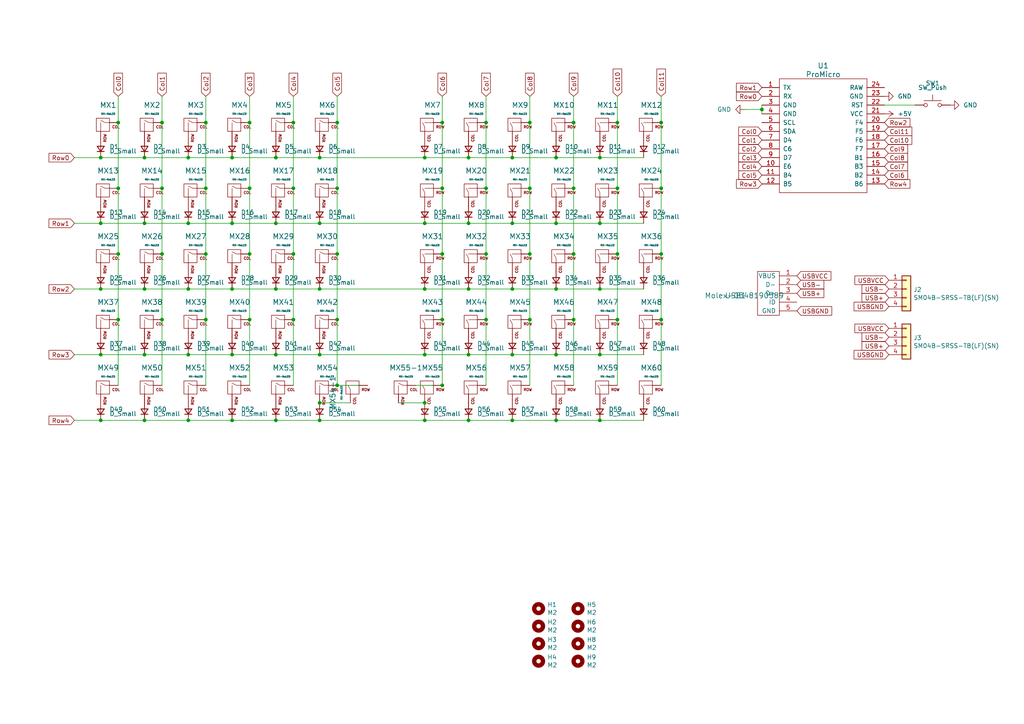
<source format=kicad_sch>
(kicad_sch (version 20220104) (generator eeschema)
  (paper "A4")
  (title_block (title "Lumberjerk"))
  (junction (at 135.89 102.87))
  (junction (at 148.59 45.72))
  (junction (at 191.77 73.66))
  (junction (at 179.07 73.66))
  (junction (at 140.97 92.71))
  (junction (at 72.39 35.56))
  (junction (at 123.19 64.77))
  (junction (at 191.77 92.71))
  (junction (at 166.37 54.61))
  (junction (at 166.37 35.56))
  (junction (at 54.61 45.72))
  (junction (at 148.59 121.92))
  (junction (at 191.77 54.61))
  (junction (at 92.71 64.77))
  (junction (at 72.39 73.66))
  (junction (at 148.59 64.77))
  (junction (at 54.61 102.87))
  (junction (at 135.89 83.82))
  (junction (at 29.21 45.72))
  (junction (at 46.99 73.66))
  (junction (at 135.89 45.72))
  (junction (at 92.71 121.92))
  (junction (at 123.19 121.92))
  (junction (at 97.79 54.61))
  (junction (at 153.67 92.71))
  (junction (at 72.39 92.71))
  (junction (at 46.99 92.71))
  (junction (at 140.97 35.56))
  (junction (at 29.21 64.77))
  (junction (at 46.99 54.61))
  (junction (at 34.29 73.66))
  (junction (at 135.89 121.92))
  (junction (at 173.99 64.77))
  (junction (at 92.71 102.87))
  (junction (at 148.59 83.82))
  (junction (at 41.91 83.82))
  (junction (at 161.29 64.77))
  (junction (at 85.09 73.66))
  (junction (at 59.69 92.71))
  (junction (at 67.31 45.72))
  (junction (at 59.69 73.66))
  (junction (at 153.67 35.56))
  (junction (at 80.01 102.87))
  (junction (at 123.19 45.72))
  (junction (at 29.21 121.92))
  (junction (at 140.97 73.66))
  (junction (at 179.07 54.61))
  (junction (at 72.39 54.61))
  (junction (at 128.27 35.56))
  (junction (at 161.29 102.87))
  (junction (at 97.79 92.71))
  (junction (at 135.89 64.77))
  (junction (at 161.29 83.82))
  (junction (at 128.27 54.61))
  (junction (at 34.29 54.61))
  (junction (at 97.79 73.66))
  (junction (at 29.21 83.82))
  (junction (at 54.61 121.92))
  (junction (at 128.27 92.71))
  (junction (at 123.19 116.84))
  (junction (at 85.09 54.61))
  (junction (at 80.01 121.92))
  (junction (at 67.31 64.77))
  (junction (at 80.01 64.77))
  (junction (at 67.31 121.92))
  (junction (at 54.61 83.82))
  (junction (at 173.99 45.72))
  (junction (at 173.99 102.87))
  (junction (at 54.61 64.77))
  (junction (at 34.29 35.56))
  (junction (at 41.91 121.92))
  (junction (at 92.71 116.84))
  (junction (at 92.71 45.72))
  (junction (at 220.98 31.75))
  (junction (at 161.29 45.72))
  (junction (at 97.79 111.76))
  (junction (at 166.37 92.71))
  (junction (at 59.69 35.56))
  (junction (at 161.29 121.92))
  (junction (at 97.79 35.56))
  (junction (at 123.19 83.82))
  (junction (at 153.67 54.61))
  (junction (at 59.69 54.61))
  (junction (at 148.59 102.87))
  (junction (at 153.67 73.66))
  (junction (at 41.91 45.72))
  (junction (at 67.31 83.82))
  (junction (at 92.71 83.82))
  (junction (at 46.99 35.56))
  (junction (at 85.09 35.56))
  (junction (at 166.37 73.66))
  (junction (at 41.91 64.77))
  (junction (at 80.01 83.82))
  (junction (at 85.09 92.71))
  (junction (at 173.99 121.92))
  (junction (at 123.19 102.87))
  (junction (at 128.27 73.66))
  (junction (at 41.91 102.87))
  (junction (at 140.97 54.61))
  (junction (at 179.07 35.56))
  (junction (at 34.29 92.71))
  (junction (at 191.77 35.56))
  (junction (at 173.99 83.82))
  (junction (at 128.27 111.76))
  (junction (at 179.07 92.71))
  (junction (at 80.01 45.72))
  (junction (at 67.31 102.87))
  (junction (at 29.21 102.87))
  (wire (pts (xy 148.59 121.92) (xy 161.29 121.92)))
  (wire (pts (xy 166.37 54.61) (xy 166.37 73.66)))
  (wire (pts (xy 135.89 121.92) (xy 148.59 121.92)))
  (wire (pts (xy 135.89 64.77) (xy 148.59 64.77)))
  (wire (pts (xy 123.19 121.92) (xy 135.89 121.92)))
  (wire (pts (xy 173.99 102.87) (xy 186.69 102.87)))
  (wire (pts (xy 123.19 64.77) (xy 135.89 64.77)))
  (wire (pts (xy 85.09 54.61) (xy 85.09 73.66)))
  (wire (pts (xy 173.99 121.92) (xy 186.69 121.92)))
  (wire (pts (xy 41.91 83.82) (xy 54.61 83.82)))
  (wire (pts (xy 140.97 92.71) (xy 140.97 111.76)))
  (wire (pts (xy 67.31 45.72) (xy 54.61 45.72)))
  (wire (pts (xy 97.79 35.56) (xy 97.79 54.61)))
  (wire (pts (xy 115.57 116.84) (xy 123.19 116.84)))
  (wire (pts (xy 173.99 83.82) (xy 186.69 83.82)))
  (wire (pts (xy 72.39 92.71) (xy 72.39 111.76)))
  (wire (pts (xy 41.91 121.92) (xy 54.61 121.92)))
  (wire (pts (xy 21.59 121.92) (xy 29.21 121.92)))
  (wire (pts (xy 148.59 102.87) (xy 161.29 102.87)))
  (wire (pts (xy 80.01 102.87) (xy 92.71 102.87)))
  (wire (pts (xy 80.01 45.72) (xy 67.31 45.72)))
  (wire (pts (xy 166.37 92.71) (xy 166.37 111.76)))
  (wire (pts (xy 97.79 111.76) (xy 106.68 111.76)))
  (wire (pts (xy 46.99 92.71) (xy 46.99 111.76)))
  (wire (pts (xy 92.71 116.84) (xy 101.6 116.84)))
  (wire (pts (xy 123.19 83.82) (xy 135.89 83.82)))
  (wire (pts (xy 128.27 35.56) (xy 128.27 54.61)))
  (wire (pts (xy 21.59 102.87) (xy 29.21 102.87)))
  (wire (pts (xy 191.77 27.94) (xy 191.77 35.56)))
  (wire (pts (xy 135.89 45.72) (xy 123.19 45.72)))
  (wire (pts (xy 34.29 73.66) (xy 34.29 92.71)))
  (wire (pts (xy 54.61 45.72) (xy 41.91 45.72)))
  (wire (pts (xy 161.29 83.82) (xy 173.99 83.82)))
  (wire (pts (xy 256.54 30.48) (xy 265.43 30.48)))
  (wire (pts (xy 166.37 73.66) (xy 166.37 92.71)))
  (wire (pts (xy 153.67 27.94) (xy 153.67 35.56)))
  (wire (pts (xy 41.91 45.72) (xy 29.21 45.72)))
  (wire (pts (xy 140.97 54.61) (xy 140.97 73.66)))
  (wire (pts (xy 59.69 92.71) (xy 59.69 111.76)))
  (wire (pts (xy 59.69 35.56) (xy 59.69 54.61)))
  (wire (pts (xy 46.99 54.61) (xy 46.99 73.66)))
  (wire (pts (xy 72.39 27.94) (xy 72.39 35.56)))
  (wire (pts (xy 191.77 92.71) (xy 191.77 111.76)))
  (wire (pts (xy 128.27 92.71) (xy 128.27 111.76)))
  (wire (pts (xy 34.29 92.71) (xy 34.29 111.76)))
  (wire (pts (xy 80.01 121.92) (xy 92.71 121.92)))
  (wire (pts (xy 85.09 73.66) (xy 85.09 92.71)))
  (wire (pts (xy 179.07 92.71) (xy 179.07 111.76)))
  (wire (pts (xy 128.27 54.61) (xy 128.27 73.66)))
  (wire (pts (xy 59.69 54.61) (xy 59.69 73.66)))
  (wire (pts (xy 41.91 102.87) (xy 54.61 102.87)))
  (wire (pts (xy 148.59 45.72) (xy 135.89 45.72)))
  (wire (pts (xy 153.67 54.61) (xy 153.67 73.66)))
  (wire (pts (xy 179.07 35.56) (xy 179.07 54.61)))
  (wire (pts (xy 29.21 102.87) (xy 41.91 102.87)))
  (wire (pts (xy 97.79 92.71) (xy 97.79 111.76)))
  (wire (pts (xy 97.79 27.94) (xy 97.79 35.56)))
  (wire (pts (xy 166.37 35.56) (xy 166.37 54.61)))
  (wire (pts (xy 140.97 73.66) (xy 140.97 92.71)))
  (wire (pts (xy 128.27 73.66) (xy 128.27 92.71)))
  (wire (pts (xy 34.29 54.61) (xy 34.29 73.66)))
  (wire (pts (xy 186.69 45.72) (xy 173.99 45.72)))
  (wire (pts (xy 34.29 27.94) (xy 34.29 35.56)))
  (wire (pts (xy 29.21 64.77) (xy 41.91 64.77)))
  (wire (pts (xy 153.67 92.71) (xy 153.67 111.76)))
  (wire (pts (xy 128.27 27.94) (xy 128.27 35.56)))
  (wire (pts (xy 46.99 27.94) (xy 46.99 35.56)))
  (wire (pts (xy 140.97 27.94) (xy 140.97 35.56)))
  (wire (pts (xy 215.9 31.75) (xy 220.98 31.75)))
  (wire (pts (xy 161.29 102.87) (xy 173.99 102.87)))
  (wire (pts (xy 123.19 45.72) (xy 92.71 45.72)))
  (wire (pts (xy 179.07 27.94) (xy 179.07 35.56)))
  (wire (pts (xy 67.31 121.92) (xy 80.01 121.92)))
  (wire (pts (xy 21.59 64.77) (xy 29.21 64.77)))
  (wire (pts (xy 29.21 121.92) (xy 41.91 121.92)))
  (wire (pts (xy 72.39 35.56) (xy 72.39 54.61)))
  (wire (pts (xy 46.99 73.66) (xy 46.99 92.71)))
  (wire (pts (xy 85.09 35.56) (xy 85.09 54.61)))
  (wire (pts (xy 80.01 64.77) (xy 92.71 64.77)))
  (wire (pts (xy 173.99 64.77) (xy 186.69 64.77)))
  (wire (pts (xy 67.31 102.87) (xy 80.01 102.87)))
  (wire (pts (xy 92.71 121.92) (xy 123.19 121.92)))
  (wire (pts (xy 97.79 54.61) (xy 97.79 73.66)))
  (wire (pts (xy 161.29 64.77) (xy 173.99 64.77)))
  (wire (pts (xy 54.61 121.92) (xy 67.31 121.92)))
  (wire (pts (xy 161.29 121.92) (xy 173.99 121.92)))
  (wire (pts (xy 220.98 31.75) (xy 220.98 33.02)))
  (wire (pts (xy 34.29 35.56) (xy 34.29 54.61)))
  (wire (pts (xy 179.07 73.66) (xy 179.07 92.71)))
  (wire (pts (xy 179.07 54.61) (xy 179.07 73.66)))
  (wire (pts (xy 72.39 54.61) (xy 72.39 73.66)))
  (wire (pts (xy 59.69 27.94) (xy 59.69 35.56)))
  (wire (pts (xy 140.97 35.56) (xy 140.97 54.61)))
  (wire (pts (xy 191.77 35.56) (xy 191.77 54.61)))
  (wire (pts (xy 85.09 27.94) (xy 85.09 35.56)))
  (wire (pts (xy 166.37 27.94) (xy 166.37 35.56)))
  (wire (pts (xy 46.99 35.56) (xy 46.99 54.61)))
  (wire (pts (xy 92.71 83.82) (xy 123.19 83.82)))
  (wire (pts (xy 92.71 45.72) (xy 80.01 45.72)))
  (wire (pts (xy 220.98 30.48) (xy 220.98 31.75)))
  (wire (pts (xy 41.91 64.77) (xy 54.61 64.77)))
  (wire (pts (xy 191.77 54.61) (xy 191.77 73.66)))
  (wire (pts (xy 135.89 83.82) (xy 148.59 83.82)))
  (wire (pts (xy 97.79 73.66) (xy 97.79 92.71)))
  (wire (pts (xy 161.29 45.72) (xy 148.59 45.72)))
  (wire (pts (xy 29.21 83.82) (xy 41.91 83.82)))
  (wire (pts (xy 54.61 102.87) (xy 67.31 102.87)))
  (wire (pts (xy 120.65 111.76) (xy 128.27 111.76)))
  (wire (pts (xy 135.89 102.87) (xy 148.59 102.87)))
  (wire (pts (xy 123.19 102.87) (xy 135.89 102.87)))
  (wire (pts (xy 173.99 45.72) (xy 161.29 45.72)))
  (wire (pts (xy 85.09 92.71) (xy 85.09 111.76)))
  (wire (pts (xy 29.21 45.72) (xy 21.59 45.72)))
  (wire (pts (xy 54.61 83.82) (xy 67.31 83.82)))
  (wire (pts (xy 148.59 64.77) (xy 161.29 64.77)))
  (wire (pts (xy 59.69 73.66) (xy 59.69 92.71)))
  (wire (pts (xy 92.71 102.87) (xy 123.19 102.87)))
  (wire (pts (xy 67.31 64.77) (xy 80.01 64.77)))
  (wire (pts (xy 21.59 83.82) (xy 29.21 83.82)))
  (wire (pts (xy 72.39 73.66) (xy 72.39 92.71)))
  (wire (pts (xy 92.71 64.77) (xy 123.19 64.77)))
  (wire (pts (xy 153.67 73.66) (xy 153.67 92.71)))
  (wire (pts (xy 153.67 35.56) (xy 153.67 54.61)))
  (wire (pts (xy 54.61 64.77) (xy 67.31 64.77)))
  (wire (pts (xy 148.59 83.82) (xy 161.29 83.82)))
  (wire (pts (xy 80.01 83.82) (xy 92.71 83.82)))
  (wire (pts (xy 191.77 73.66) (xy 191.77 92.71)))
  (wire (pts (xy 67.31 83.82) (xy 80.01 83.82)))
  (global_label "Col2" (shape input) (at 220.98 43.18 180) (property "Intersheetrefs" "${INTERSHEET_REFS}" (effects hide)))
  (global_label "Row1" (shape input) (at 21.59 64.77 180) (property "Intersheetrefs" "${INTERSHEET_REFS}" (effects hide)))
  (global_label "Col5" (shape input) (at 97.79 27.94 90) (property "Intersheetrefs" "${INTERSHEET_REFS}" (effects hide)))
  (global_label "USBVCC" (shape input) (at 231.14 80.01 0) (property "Intersheetrefs" "${INTERSHEET_REFS}" (effects hide)))
  (global_label "Row4" (shape input) (at 21.59 121.92 180) (property "Intersheetrefs" "${INTERSHEET_REFS}" (effects hide)))
  (global_label "Row0" (shape input) (at 220.98 27.94 180) (property "Intersheetrefs" "${INTERSHEET_REFS}" (effects hide)))
  (global_label "Col4" (shape input) (at 85.09 27.94 90) (property "Intersheetrefs" "${INTERSHEET_REFS}" (effects hide)))
  (global_label "USBVCC" (shape input) (at 257.81 95.25 180) (property "Intersheetrefs" "${INTERSHEET_REFS}" (effects hide)))
  (global_label "Row3" (shape input) (at 21.59 102.87 180) (property "Intersheetrefs" "${INTERSHEET_REFS}" (effects hide)))
  (global_label "USB-" (shape input) (at 257.81 97.79 180) (property "Intersheetrefs" "${INTERSHEET_REFS}" (effects hide)))
  (global_label "USB-" (shape input) (at 257.81 83.82 180) (property "Intersheetrefs" "${INTERSHEET_REFS}" (effects hide)))
  (global_label "Col9" (shape input) (at 166.37 27.94 90) (property "Intersheetrefs" "${INTERSHEET_REFS}" (effects hide)))
  (global_label "Col8" (shape input) (at 153.67 27.94 90) (property "Intersheetrefs" "${INTERSHEET_REFS}" (effects hide)))
  (global_label "Col11" (shape input) (at 191.77 27.94 90) (property "Intersheetrefs" "${INTERSHEET_REFS}" (effects hide)))
  (global_label "Row2" (shape input) (at 21.59 83.82 180) (property "Intersheetrefs" "${INTERSHEET_REFS}" (effects hide)))
  (global_label "Col9" (shape input) (at 256.54 43.18 0) (property "Intersheetrefs" "${INTERSHEET_REFS}" (effects hide)))
  (global_label "Row2" (shape input) (at 256.54 35.56 0) (property "Intersheetrefs" "${INTERSHEET_REFS}" (effects hide)))
  (global_label "Col2" (shape input) (at 59.69 27.94 90) (property "Intersheetrefs" "${INTERSHEET_REFS}" (effects hide)))
  (global_label "Col10" (shape input) (at 256.54 40.64 0) (property "Intersheetrefs" "${INTERSHEET_REFS}" (effects hide)))
  (global_label "Col7" (shape input) (at 256.54 48.26 0) (property "Intersheetrefs" "${INTERSHEET_REFS}" (effects hide)))
  (global_label "Col6" (shape input) (at 128.27 27.94 90) (property "Intersheetrefs" "${INTERSHEET_REFS}" (effects hide)))
  (global_label "USB+" (shape input) (at 231.14 85.09 0) (property "Intersheetrefs" "${INTERSHEET_REFS}" (effects hide)))
  (global_label "Col1" (shape input) (at 220.98 40.64 180) (property "Intersheetrefs" "${INTERSHEET_REFS}" (effects hide)))
  (global_label "USB+" (shape input) (at 257.81 86.36 180) (property "Intersheetrefs" "${INTERSHEET_REFS}" (effects hide)))
  (global_label "Col0" (shape input) (at 220.98 38.1 180) (property "Intersheetrefs" "${INTERSHEET_REFS}" (effects hide)))
  (global_label "Col11" (shape input) (at 256.54 38.1 0) (property "Intersheetrefs" "${INTERSHEET_REFS}" (effects hide)))
  (global_label "USBVCC" (shape input) (at 257.81 81.28 180) (property "Intersheetrefs" "${INTERSHEET_REFS}" (effects hide)))
  (global_label "Row3" (shape input) (at 220.98 53.34 180) (property "Intersheetrefs" "${INTERSHEET_REFS}" (effects hide)))
  (global_label "Col3" (shape input) (at 220.98 45.72 180) (property "Intersheetrefs" "${INTERSHEET_REFS}" (effects hide)))
  (global_label "USBGND" (shape input) (at 231.14 90.17 0) (property "Intersheetrefs" "${INTERSHEET_REFS}" (effects hide)))
  (global_label "Col4" (shape input) (at 220.98 48.26 180) (property "Intersheetrefs" "${INTERSHEET_REFS}" (effects hide)))
  (global_label "Row0" (shape input) (at 21.59 45.72 180) (property "Intersheetrefs" "${INTERSHEET_REFS}" (effects hide)))
  (global_label "Col10" (shape input) (at 179.07 27.94 90) (property "Intersheetrefs" "${INTERSHEET_REFS}" (effects hide)))
  (global_label "USB+" (shape input) (at 257.81 100.33 180) (property "Intersheetrefs" "${INTERSHEET_REFS}" (effects hide)))
  (global_label "Col7" (shape input) (at 140.97 27.94 90) (property "Intersheetrefs" "${INTERSHEET_REFS}" (effects hide)))
  (global_label "Col3" (shape input) (at 72.39 27.94 90) (property "Intersheetrefs" "${INTERSHEET_REFS}" (effects hide)))
  (global_label "Col6" (shape input) (at 256.54 50.8 0) (property "Intersheetrefs" "${INTERSHEET_REFS}" (effects hide)))
  (global_label "Col1" (shape input) (at 46.99 27.94 90) (property "Intersheetrefs" "${INTERSHEET_REFS}" (effects hide)))
  (global_label "USBGND" (shape input) (at 257.81 88.9 180) (property "Intersheetrefs" "${INTERSHEET_REFS}" (effects hide)))
  (global_label "Col5" (shape input) (at 220.98 50.8 180) (property "Intersheetrefs" "${INTERSHEET_REFS}" (effects hide)))
  (global_label "USBGND" (shape input) (at 257.81 102.87 180) (property "Intersheetrefs" "${INTERSHEET_REFS}" (effects hide)))
  (global_label "Col8" (shape input) (at 256.54 45.72 0) (property "Intersheetrefs" "${INTERSHEET_REFS}" (effects hide)))
  (global_label "Col0" (shape input) (at 34.29 27.94 90) (property "Intersheetrefs" "${INTERSHEET_REFS}" (effects hide)))
  (global_label "Row4" (shape input) (at 256.54 53.34 0) (property "Intersheetrefs" "${INTERSHEET_REFS}" (effects hide)))
  (global_label "USB-" (shape input) (at 231.14 82.55 0) (property "Intersheetrefs" "${INTERSHEET_REFS}" (effects hide)))
  (global_label "Row1" (shape input) (at 220.98 25.4 180) (property "Intersheetrefs" "${INTERSHEET_REFS}" (effects hide)))
  (symbol (lib_id "Mechanical:MountingHole") (at 156.21 176.53 0) (unit 1)
    (property "Reference" "H1" (at 158.75 175.3616 0) (effects (justify left)))
    (property "Value" "M2" (at 158.75 177.673 0) (effects (justify left)))
    (property "Footprint" "lumberjack:MountingHole_M2" (effects hide))
  )
  (symbol (lib_id "Mechanical:MountingHole") (at 156.21 181.61 0) (unit 1)
    (property "Reference" "H2" (at 158.75 180.4416 0) (effects (justify left)))
    (property "Value" "M2" (at 158.75 182.753 0) (effects (justify left)))
    (property "Footprint" "lumberjack:MountingHole_M2" (effects hide))
  )
  (symbol (lib_id "Mechanical:MountingHole") (at 156.21 186.69 0) (unit 1)
    (property "Reference" "H3" (at 158.75 185.5216 0) (effects (justify left)))
    (property "Value" "M2" (at 158.75 187.833 0) (effects (justify left)))
    (property "Footprint" "lumberjack:MountingHole_M2" (effects hide))
  )
  (symbol (lib_id "Mechanical:MountingHole") (at 156.21 191.77 0) (unit 1)
    (property "Reference" "H4" (at 158.75 190.6016 0) (effects (justify left)))
    (property "Value" "M2" (at 158.75 192.913 0) (effects (justify left)))
    (property "Footprint" "lumberjack:MountingHole_M2" (effects hide))
  )
  (symbol (lib_id "Mechanical:MountingHole") (at 167.64 176.53 0) (unit 1)
    (property "Reference" "H5" (at 170.18 175.3616 0) (effects (justify left)))
    (property "Value" "M2" (at 170.18 177.673 0) (effects (justify left)))
    (property "Footprint" "Schematic Library:poker-screw-wide" (effects hide))
  )
  (symbol (lib_id "Mechanical:MountingHole") (at 167.64 181.61 0) (unit 1)
    (property "Reference" "H6" (at 170.18 180.4416 0) (effects (justify left)))
    (property "Value" "M2" (at 170.18 182.753 0) (effects (justify left)))
    (property "Footprint" "Schematic Library:poker-screw-wide" (effects hide))
  )
  (symbol (lib_id "promicro:ProMicro") (at 238.76 44.45 0) (unit 1)
    (property "Reference" "U1" (at 238.76 19.05 0) (effects (font (size 1.524 1.524))))
    (property "Value" "ProMicro" (at 238.76 21.59 0) (effects (font (size 1.524 1.524))))
    (property "Footprint" "ProMicro:ProMicro" (effects hide))
  )
  (symbol (lib_id "Device:D_Small") (at 29.21 81.28 90) (unit 1)
    (property "Reference" "D25" (at 31.75 80.645 90) (effects (justify right)))
    (property "Value" "D_Small" (at 31.75 81.915 90) (effects (justify right)))
    (property "Footprint" "Diode_SMD:D_SOD-123" (effects hide))
  )
  (symbol (lib_id "MX_Alps_Hybrid:MX-NoLED") (at 93.98 55.88 0) (unit 1)
    (property "Reference" "MX18" (at 94.8775 49.53 0) (effects (font (size 1.524 1.524))))
    (property "Value" "MX-NoLED" (at 94.8775 52.07 0) (effects (font (size 0.508 0.508))))
    (property "Footprint" "Alps:ALPS-SI-1U" (effects hide))
  )
  (symbol (lib_id "MX_Alps_Hybrid:MX-NoLED") (at 81.28 36.83 0) (unit 1)
    (property "Reference" "MX5" (at 82.1775 30.48 0) (effects (font (size 1.524 1.524))))
    (property "Value" "MX-NoLED" (at 82.1775 33.02 0) (effects (font (size 0.508 0.508))))
    (property "Footprint" "Alps:ALPS-SI-1U" (effects hide))
  )
  (symbol (lib_id "MX_Alps_Hybrid:MX-NoLED") (at 187.96 113.03 90) (mirror x) (unit 1)
    (property "Reference" "MX60" (at 188.9294 106.68 90) (effects (font (size 1.524 1.524))))
    (property "Value" "MX-NoLED" (at 188.9294 109.22 90) (effects (font (size 0.508 0.508))))
    (property "Footprint" "Alps:ALPS-SI-1U" (effects hide))
  )
  (symbol (lib_id "Connector_Generic:Conn_01x04") (at 262.89 97.79 0) (unit 1)
    (property "Reference" "J3" (at 264.922 97.993 0) (effects (justify left)))
    (property "Value" "SM04B-SRSS-TB(LF)(SN)" (at 264.922 100.3046 0) (effects (justify left)))
    (property "Footprint" "Schematic Library:JST-SR-4" (effects hide))
    (property "Manufacturer" "JST Sales America" (effects hide))
    (property "Manufacturer Part No" "SM04B-SRSS-TB(LF)(SN)" (effects hide))
    (property "LCSC Part No" "C160404" (effects hide))
  )
  (symbol (lib_id "MX_Alps_Hybrid:MX-NoLED") (at 162.56 113.03 90) (mirror x) (unit 1)
    (property "Reference" "MX58" (at 163.5294 106.68 90) (effects (font (size 1.524 1.524))))
    (property "Value" "MX-NoLED" (at 163.5294 109.22 90) (effects (font (size 0.508 0.508))))
    (property "Footprint" "Alps:ALPS-SI-1U" (effects hide))
  )
  (symbol (lib_id "Mechanical:MountingHole") (at 167.64 191.77 0) (unit 1)
    (property "Reference" "H9" (at 170.18 190.6016 0) (effects (justify left)))
    (property "Value" "M2" (at 170.18 192.913 0) (effects (justify left)))
    (property "Footprint" "Schematic Library:poker-screw-normal" (effects hide))
  )
  (symbol (lib_id "Device:D_Small") (at 173.99 43.18 90) (unit 1)
    (property "Reference" "D11" (at 176.53 42.545 90) (effects (justify right)))
    (property "Value" "D_Small" (at 176.53 43.815 90) (effects (justify right)))
    (property "Footprint" "Diode_SMD:D_SOD-123" (effects hide))
  )
  (symbol (lib_id "Device:D_Small") (at 186.69 119.38 90) (unit 1)
    (property "Reference" "D60" (at 189.23 118.745 90) (effects (justify right)))
    (property "Value" "D_Small" (at 189.23 120.015 90) (effects (justify right)))
    (property "Footprint" "Diode_SMD:D_SOD-123" (effects hide))
  )
  (symbol (lib_id "MX_Alps_Hybrid:MX-NoLED") (at 30.48 55.88 0) (unit 1)
    (property "Reference" "MX13" (at 31.3775 49.53 0) (effects (font (size 1.524 1.524))))
    (property "Value" "MX-NoLED" (at 31.3775 52.07 0) (effects (font (size 0.508 0.508))))
    (property "Footprint" "Alps:ALPS-SI-1U" (effects hide))
  )
  (symbol (lib_id "MX_Alps_Hybrid:MX-NoLED") (at 68.58 36.83 0) (unit 1)
    (property "Reference" "MX4" (at 69.4775 30.48 0) (effects (font (size 1.524 1.524))))
    (property "Value" "MX-NoLED" (at 69.4775 33.02 0) (effects (font (size 0.508 0.508))))
    (property "Footprint" "Alps:ALPS-SI-1U" (effects hide))
  )
  (symbol (lib_id "Device:D_Small") (at 186.69 81.28 90) (unit 1)
    (property "Reference" "D36" (at 189.23 80.645 90) (effects (justify right)))
    (property "Value" "D_Small" (at 189.23 81.915 90) (effects (justify right)))
    (property "Footprint" "Diode_SMD:D_SOD-123" (effects hide))
  )
  (symbol (lib_id "MX_Alps_Hybrid:MX-NoLED") (at 124.46 93.98 90) (mirror x) (unit 1)
    (property "Reference" "MX43" (at 125.4294 87.63 90) (effects (font (size 1.524 1.524))))
    (property "Value" "MX-NoLED" (at 125.4294 90.17 90) (effects (font (size 0.508 0.508))))
    (property "Footprint" "Alps:ALPS-SI-1U" (effects hide))
  )
  (symbol (lib_id "Device:D_Small") (at 148.59 81.28 90) (unit 1)
    (property "Reference" "D33" (at 151.13 80.645 90) (effects (justify right)))
    (property "Value" "D_Small" (at 151.13 81.915 90) (effects (justify right)))
    (property "Footprint" "Diode_SMD:D_SOD-123" (effects hide))
  )
  (symbol (lib_id "MX_Alps_Hybrid:MX-NoLED") (at 162.56 36.83 90) (mirror x) (unit 1)
    (property "Reference" "MX10" (at 163.5294 30.48 90) (effects (font (size 1.524 1.524))))
    (property "Value" "MX-NoLED" (at 163.5294 33.02 90) (effects (font (size 0.508 0.508))))
    (property "Footprint" "Alps:ALPS-SI-1U" (effects hide))
  )
  (symbol (lib_id "MX_Alps_Hybrid:MX-NoLED") (at 81.28 93.98 0) (unit 1)
    (property "Reference" "MX41" (at 82.1775 87.63 0) (effects (font (size 1.524 1.524))))
    (property "Value" "MX-NoLED" (at 82.1775 90.17 0) (effects (font (size 0.508 0.508))))
    (property "Footprint" "Alps:ALPS-SI-1U" (effects hide))
  )
  (symbol (lib_id "MX_Alps_Hybrid:MX-NoLED") (at 149.86 74.93 90) (mirror x) (unit 1)
    (property "Reference" "MX33" (at 150.8294 68.58 90) (effects (font (size 1.524 1.524))))
    (property "Value" "MX-NoLED" (at 150.8294 71.12 90) (effects (font (size 0.508 0.508))))
    (property "Footprint" "Alps:ALPS-SI-1U" (effects hide))
  )
  (symbol (lib_id "MX_Alps_Hybrid:MX-NoLED") (at 149.86 36.83 90) (mirror x) (unit 1)
    (property "Reference" "MX9" (at 150.8294 30.48 90) (effects (font (size 1.524 1.524))))
    (property "Value" "MX-NoLED" (at 150.8294 33.02 90) (effects (font (size 0.508 0.508))))
    (property "Footprint" "Alps:ALPS-SI-1U" (effects hide))
  )
  (symbol (lib_id "Connector_Generic:Conn_01x04") (at 262.89 83.82 0) (unit 1)
    (property "Reference" "J2" (at 264.922 84.023 0) (effects (justify left)))
    (property "Value" "SM04B-SRSS-TB(LF)(SN)" (at 264.922 86.3346 0) (effects (justify left)))
    (property "Footprint" "Schematic Library:JST-SR-4" (effects hide))
    (property "Manufacturer" "JST Sales America" (effects hide))
    (property "Manufacturer Part No" "SM04B-SRSS-TB(LF)(SN)" (effects hide))
    (property "LCSC Part No" "C160404" (effects hide))
  )
  (symbol (lib_id "Device:D_Small") (at 92.71 119.38 90) (unit 1)
    (property "Reference" "D54" (at 95.25 118.745 90) (effects (justify right)))
    (property "Value" "D_Small" (at 95.25 120.015 90) (effects (justify right)))
    (property "Footprint" "Diode_SMD:D_SOD-123" (effects hide))
  )
  (symbol (lib_id "Device:D_Small") (at 41.91 100.33 90) (unit 1)
    (property "Reference" "D38" (at 44.45 99.695 90) (effects (justify right)))
    (property "Value" "D_Small" (at 44.45 100.965 90) (effects (justify right)))
    (property "Footprint" "Diode_SMD:D_SOD-123" (effects hide))
  )
  (symbol (lib_id "MX_Alps_Hybrid:MX-NoLED") (at 93.98 36.83 0) (unit 1)
    (property "Reference" "MX6" (at 94.8775 30.48 0) (effects (font (size 1.524 1.524))))
    (property "Value" "MX-NoLED" (at 94.8775 33.02 0) (effects (font (size 0.508 0.508))))
    (property "Footprint" "Alps:ALPS-SI-1U" (effects hide))
  )
  (symbol (lib_id "Device:D_Small") (at 123.19 62.23 90) (unit 1)
    (property "Reference" "D19" (at 125.73 61.595 90) (effects (justify right)))
    (property "Value" "D_Small" (at 125.73 62.865 90) (effects (justify right)))
    (property "Footprint" "Diode_SMD:D_SOD-123" (effects hide))
  )
  (symbol (lib_id "MX_Alps_Hybrid:MX-NoLED") (at 93.98 74.93 0) (unit 1)
    (property "Reference" "MX30" (at 94.8775 68.58 0) (effects (font (size 1.524 1.524))))
    (property "Value" "MX-NoLED" (at 94.8775 71.12 0) (effects (font (size 0.508 0.508))))
    (property "Footprint" "Alps:ALPS-SI-1U" (effects hide))
  )
  (symbol (lib_id "MX_Alps_Hybrid:MX-NoLED") (at 43.18 36.83 0) (unit 1)
    (property "Reference" "MX2" (at 44.0775 30.48 0) (effects (font (size 1.524 1.524))))
    (property "Value" "MX-NoLED" (at 44.0775 33.02 0) (effects (font (size 0.508 0.508))))
    (property "Footprint" "Alps:ALPS-SI-1U" (effects hide))
  )
  (symbol (lib_id "Device:D_Small") (at 54.61 81.28 90) (unit 1)
    (property "Reference" "D27" (at 57.15 80.645 90) (effects (justify right)))
    (property "Value" "D_Small" (at 57.15 81.915 90) (effects (justify right)))
    (property "Footprint" "Diode_SMD:D_SOD-123" (effects hide))
  )
  (symbol (lib_id "power:GND") (at 215.9 31.75 270) (unit 1)
    (property "Reference" "#PWR0101" (effects hide))
    (property "Value" "GND" (at 212.09 31.75 90) (effects (justify right)))
  )
  (symbol (lib_id "MX_Alps_Hybrid:MX-NoLED") (at 137.16 74.93 90) (mirror x) (unit 1)
    (property "Reference" "MX32" (at 138.1294 68.58 90) (effects (font (size 1.524 1.524))))
    (property "Value" "MX-NoLED" (at 138.1294 71.12 90) (effects (font (size 0.508 0.508))))
    (property "Footprint" "Alps:ALPS-SI-1U" (effects hide))
  )
  (symbol (lib_id "Device:D_Small") (at 67.31 119.38 90) (unit 1)
    (property "Reference" "D52" (at 69.85 118.745 90) (effects (justify right)))
    (property "Value" "D_Small" (at 69.85 120.015 90) (effects (justify right)))
    (property "Footprint" "Diode_SMD:D_SOD-123" (effects hide))
  )
  (symbol (lib_id "Device:D_Small") (at 161.29 81.28 90) (unit 1)
    (property "Reference" "D34" (at 163.83 80.645 90) (effects (justify right)))
    (property "Value" "D_Small" (at 163.83 81.915 90) (effects (justify right)))
    (property "Footprint" "Diode_SMD:D_SOD-123" (effects hide))
  )
  (symbol (lib_id "MX_Alps_Hybrid:MX-NoLED") (at 137.16 93.98 90) (mirror x) (unit 1)
    (property "Reference" "MX44" (at 138.1294 87.63 90) (effects (font (size 1.524 1.524))))
    (property "Value" "MX-NoLED" (at 138.1294 90.17 90) (effects (font (size 0.508 0.508))))
    (property "Footprint" "Alps:ALPS-SI-1U" (effects hide))
  )
  (symbol (lib_id "Device:D_Small") (at 67.31 62.23 90) (unit 1)
    (property "Reference" "D16" (at 69.85 61.595 90) (effects (justify right)))
    (property "Value" "D_Small" (at 69.85 62.865 90) (effects (justify right)))
    (property "Footprint" "Diode_SMD:D_SOD-123" (effects hide))
  )
  (symbol (lib_id "power:+5V") (at 256.54 33.02 270) (unit 1)
    (property "Reference" "#PWR0103" (effects hide))
    (property "Value" "+5V" (at 260.35 33.02 90) (effects (justify left)))
  )
  (symbol (lib_id "MX_Alps_Hybrid:MX-NoLED") (at 187.96 36.83 90) (mirror x) (unit 1)
    (property "Reference" "MX12" (at 188.9294 30.48 90) (effects (font (size 1.524 1.524))))
    (property "Value" "MX-NoLED" (at 188.9294 33.02 90) (effects (font (size 0.508 0.508))))
    (property "Footprint" "Alps:ALPS-SI-1U" (effects hide))
  )
  (symbol (lib_id "MX_Alps_Hybrid:MX-NoLED") (at 149.86 55.88 90) (mirror x) (unit 1)
    (property "Reference" "MX21" (at 150.8294 49.53 90) (effects (font (size 1.524 1.524))))
    (property "Value" "MX-NoLED" (at 150.8294 52.07 90) (effects (font (size 0.508 0.508))))
    (property "Footprint" "Alps:ALPS-SI-1U" (effects hide))
  )
  (symbol (lib_id "MX_Alps_Hybrid:MX-NoLED") (at 124.46 55.88 90) (mirror x) (unit 1)
    (property "Reference" "MX19" (at 125.4294 49.53 90) (effects (font (size 1.524 1.524))))
    (property "Value" "MX-NoLED" (at 125.4294 52.07 90) (effects (font (size 0.508 0.508))))
    (property "Footprint" "Alps:ALPS-SI-1U" (effects hide))
  )
  (symbol (lib_id "Device:D_Small") (at 67.31 81.28 90) (unit 1)
    (property "Reference" "D28" (at 69.85 80.645 90) (effects (justify right)))
    (property "Value" "D_Small" (at 69.85 81.915 90) (effects (justify right)))
    (property "Footprint" "Diode_SMD:D_SOD-123" (effects hide))
  )
  (symbol (lib_id "Device:D_Small") (at 186.69 62.23 90) (unit 1)
    (property "Reference" "D24" (at 189.23 61.595 90) (effects (justify right)))
    (property "Value" "D_Small" (at 189.23 62.865 90) (effects (justify right)))
    (property "Footprint" "Diode_SMD:D_SOD-123" (effects hide))
  )
  (symbol (lib_id "Device:D_Small") (at 173.99 100.33 90) (unit 1)
    (property "Reference" "D47" (at 176.53 99.695 90) (effects (justify right)))
    (property "Value" "D_Small" (at 176.53 100.965 90) (effects (justify right)))
    (property "Footprint" "Diode_SMD:D_SOD-123" (effects hide))
  )
  (symbol (lib_id "MX_Alps_Hybrid:MX-NoLED") (at 162.56 93.98 90) (mirror x) (unit 1)
    (property "Reference" "MX46" (at 163.5294 87.63 90) (effects (font (size 1.524 1.524))))
    (property "Value" "MX-NoLED" (at 163.5294 90.17 90) (effects (font (size 0.508 0.508))))
    (property "Footprint" "Alps:ALPS-SI-1U" (effects hide))
  )
  (symbol (lib_id "MX_Alps_Hybrid:MX-NoLED") (at 162.56 74.93 90) (mirror x) (unit 1)
    (property "Reference" "MX34" (at 163.5294 68.58 90) (effects (font (size 1.524 1.524))))
    (property "Value" "MX-NoLED" (at 163.5294 71.12 90) (effects (font (size 0.508 0.508))))
    (property "Footprint" "Alps:ALPS-SI-1U" (effects hide))
  )
  (symbol (lib_id "Device:D_Small") (at 148.59 43.18 90) (unit 1)
    (property "Reference" "D9" (at 151.13 42.545 90) (effects (justify right)))
    (property "Value" "D_Small" (at 151.13 43.815 90) (effects (justify right)))
    (property "Footprint" "Diode_SMD:D_SOD-123" (effects hide))
  )
  (symbol (lib_id "Device:D_Small") (at 173.99 119.38 90) (unit 1)
    (property "Reference" "D59" (at 176.53 118.745 90) (effects (justify right)))
    (property "Value" "D_Small" (at 176.53 120.015 90) (effects (justify right)))
    (property "Footprint" "Diode_SMD:D_SOD-123" (effects hide))
  )
  (symbol (lib_id "Device:D_Small") (at 29.21 62.23 90) (unit 1)
    (property "Reference" "D13" (at 31.75 61.595 90) (effects (justify right)))
    (property "Value" "D_Small" (at 31.75 62.865 90) (effects (justify right)))
    (property "Footprint" "Diode_SMD:D_SOD-123" (effects hide))
  )
  (symbol (lib_id "MX_Alps_Hybrid:MX-NoLED") (at 30.48 74.93 0) (unit 1)
    (property "Reference" "MX25" (at 31.3775 68.58 0) (effects (font (size 1.524 1.524))))
    (property "Value" "MX-NoLED" (at 31.3775 71.12 0) (effects (font (size 0.508 0.508))))
    (property "Footprint" "Alps:ALPS-SI-1U" (effects hide))
  )
  (symbol (lib_id "MX_Alps_Hybrid:MX-NoLED") (at 175.26 113.03 90) (mirror x) (unit 1)
    (property "Reference" "MX59" (at 176.2294 106.68 90) (effects (font (size 1.524 1.524))))
    (property "Value" "MX-NoLED" (at 176.2294 109.22 90) (effects (font (size 0.508 0.508))))
    (property "Footprint" "Alps:ALPS-SI-1U" (effects hide))
  )
  (symbol (lib_id "MX_Alps_Hybrid:MX-NoLED") (at 68.58 113.03 0) (unit 1)
    (property "Reference" "MX52" (at 69.4775 106.68 0) (effects (font (size 1.524 1.524))))
    (property "Value" "MX-NoLED" (at 69.4775 109.22 0) (effects (font (size 0.508 0.508))))
    (property "Footprint" "Alps:ALPS-SI-1U" (effects hide))
  )
  (symbol (lib_id "Device:D_Small") (at 135.89 119.38 90) (unit 1)
    (property "Reference" "D56" (at 138.43 118.745 90) (effects (justify right)))
    (property "Value" "D_Small" (at 138.43 120.015 90) (effects (justify right)))
    (property "Footprint" "Diode_SMD:D_SOD-123" (effects hide))
  )
  (symbol (lib_id "Device:D_Small") (at 80.01 43.18 90) (unit 1)
    (property "Reference" "D5" (at 82.55 42.545 90) (effects (justify right)))
    (property "Value" "D_Small" (at 82.55 43.815 90) (effects (justify right)))
    (property "Footprint" "Diode_SMD:D_SOD-123" (effects hide))
  )
  (symbol (lib_id "MX_Alps_Hybrid:MX-NoLED") (at 93.98 113.03 0) (unit 1)
    (property "Reference" "MX54" (at 94.8775 106.68 0) (effects (font (size 1.524 1.524))))
    (property "Value" "MX-NoLED" (at 94.8775 109.22 0) (effects (font (size 0.508 0.508))))
    (property "Footprint" "Alps:ALPS-SI-1U" (effects hide))
  )
  (symbol (lib_id "MX_Alps_Hybrid:MX-NoLED") (at 55.88 55.88 0) (unit 1)
    (property "Reference" "MX15" (at 56.7775 49.53 0) (effects (font (size 1.524 1.524))))
    (property "Value" "MX-NoLED" (at 56.7775 52.07 0) (effects (font (size 0.508 0.508))))
    (property "Footprint" "Alps:ALPS-SI-1U" (effects hide))
  )
  (symbol (lib_id "MX_Alps_Hybrid:MX-NoLED") (at 43.18 113.03 0) (unit 1)
    (property "Reference" "MX50" (at 44.0775 106.68 0) (effects (font (size 1.524 1.524))))
    (property "Value" "MX-NoLED" (at 44.0775 109.22 0) (effects (font (size 0.508 0.508))))
    (property "Footprint" "Alps:ALPS-SI-1U" (effects hide))
  )
  (symbol (lib_id "Device:D_Small") (at 41.91 119.38 90) (unit 1)
    (property "Reference" "D50" (at 44.45 118.745 90) (effects (justify right)))
    (property "Value" "D_Small" (at 44.45 120.015 90) (effects (justify right)))
    (property "Footprint" "Diode_SMD:D_SOD-123" (effects hide))
  )
  (symbol (lib_id "Device:D_Small") (at 173.99 62.23 90) (unit 1)
    (property "Reference" "D23" (at 176.53 61.595 90) (effects (justify right)))
    (property "Value" "D_Small" (at 176.53 62.865 90) (effects (justify right)))
    (property "Footprint" "Diode_SMD:D_SOD-123" (effects hide))
  )
  (symbol (lib_id "MX_Alps_Hybrid:MX-NoLED") (at 124.46 74.93 90) (mirror x) (unit 1)
    (property "Reference" "MX31" (at 125.4294 68.58 90) (effects (font (size 1.524 1.524))))
    (property "Value" "MX-NoLED" (at 125.4294 71.12 90) (effects (font (size 0.508 0.508))))
    (property "Footprint" "Alps:ALPS-SI-1U" (effects hide))
  )
  (symbol (lib_id "Device:D_Small") (at 80.01 119.38 90) (unit 1)
    (property "Reference" "D53" (at 82.55 118.745 90) (effects (justify right)))
    (property "Value" "D_Small" (at 82.55 120.015 90) (effects (justify right)))
    (property "Footprint" "Diode_SMD:D_SOD-123" (effects hide))
  )
  (symbol (lib_id "Device:D_Small") (at 135.89 43.18 90) (unit 1)
    (property "Reference" "D8" (at 138.43 42.545 90) (effects (justify right)))
    (property "Value" "D_Small" (at 138.43 43.815 90) (effects (justify right)))
    (property "Footprint" "Diode_SMD:D_SOD-123" (effects hide))
  )
  (symbol (lib_id "MX_Alps_Hybrid:MX-NoLED") (at 30.48 93.98 0) (unit 1)
    (property "Reference" "MX37" (at 31.3775 87.63 0) (effects (font (size 1.524 1.524))))
    (property "Value" "MX-NoLED" (at 31.3775 90.17 0) (effects (font (size 0.508 0.508))))
    (property "Footprint" "Alps:ALPS-SI-1U" (effects hide))
  )
  (symbol (lib_id "MX_Alps_Hybrid:MX-NoLED") (at 162.56 55.88 90) (mirror x) (unit 1)
    (property "Reference" "MX22" (at 163.5294 49.53 90) (effects (font (size 1.524 1.524))))
    (property "Value" "MX-NoLED" (at 163.5294 52.07 90) (effects (font (size 0.508 0.508))))
    (property "Footprint" "Alps:ALPS-SI-1U" (effects hide))
  )
  (symbol (lib_id "Device:D_Small") (at 29.21 43.18 90) (unit 1)
    (property "Reference" "D1" (at 31.75 42.545 90) (effects (justify right)))
    (property "Value" "D_Small" (at 31.75 43.815 90) (effects (justify right)))
    (property "Footprint" "Diode_SMD:D_SOD-123" (effects hide))
  )
  (symbol (lib_id "Device:D_Small") (at 92.71 100.33 90) (unit 1)
    (property "Reference" "D42" (at 95.25 99.695 90) (effects (justify right)))
    (property "Value" "D_Small" (at 95.25 100.965 90) (effects (justify right)))
    (property "Footprint" "Diode_SMD:D_SOD-123" (effects hide))
  )
  (symbol (lib_id "Device:D_Small") (at 92.71 62.23 90) (unit 1)
    (property "Reference" "D18" (at 95.25 61.595 90) (effects (justify right)))
    (property "Value" "D_Small" (at 95.25 62.865 90) (effects (justify right)))
    (property "Footprint" "Diode_SMD:D_SOD-123" (effects hide))
  )
  (symbol (lib_id "Device:D_Small") (at 123.19 81.28 90) (unit 1)
    (property "Reference" "D31" (at 125.73 80.645 90) (effects (justify right)))
    (property "Value" "D_Small" (at 125.73 81.915 90) (effects (justify right)))
    (property "Footprint" "Diode_SMD:D_SOD-123" (effects hide))
  )
  (symbol (lib_id "Device:D_Small") (at 135.89 81.28 90) (unit 1)
    (property "Reference" "D32" (at 138.43 80.645 90) (effects (justify right)))
    (property "Value" "D_Small" (at 138.43 81.915 90) (effects (justify right)))
    (property "Footprint" "Diode_SMD:D_SOD-123" (effects hide))
  )
  (symbol (lib_id "Switch:SW_Push") (at 270.51 30.48 0) (unit 1)
    (property "Reference" "SW1" (at 270.51 24.13 0))
    (property "Value" "SW_Push" (at 270.51 25.4 0))
    (property "Footprint" "Schematic Library:Jumper-UserFriendly" (effects hide))
  )
  (symbol (lib_id "MX_Alps_Hybrid:MX-NoLED") (at 149.86 113.03 90) (mirror x) (unit 1)
    (property "Reference" "MX57" (at 150.8294 106.68 90) (effects (font (size 1.524 1.524))))
    (property "Value" "MX-NoLED" (at 150.8294 109.22 90) (effects (font (size 0.508 0.508))))
    (property "Footprint" "Alps:ALPS-SI-1U" (effects hide))
  )
  (symbol (lib_id "MX_Alps_Hybrid:MX-NoLED") (at 43.18 55.88 0) (unit 1)
    (property "Reference" "MX14" (at 44.0775 49.53 0) (effects (font (size 1.524 1.524))))
    (property "Value" "MX-NoLED" (at 44.0775 52.07 0) (effects (font (size 0.508 0.508))))
    (property "Footprint" "Alps:ALPS-SI-1U" (effects hide))
  )
  (symbol (lib_id "Device:D_Small") (at 148.59 62.23 90) (unit 1)
    (property "Reference" "D21" (at 151.13 61.595 90) (effects (justify right)))
    (property "Value" "D_Small" (at 151.13 62.865 90) (effects (justify right)))
    (property "Footprint" "Diode_SMD:D_SOD-123" (effects hide))
  )
  (symbol (lib_id "Device:D_Small") (at 92.71 81.28 90) (unit 1)
    (property "Reference" "D30" (at 95.25 80.645 90) (effects (justify right)))
    (property "Value" "D_Small" (at 95.25 81.915 90) (effects (justify right)))
    (property "Footprint" "Diode_SMD:D_SOD-123" (effects hide))
  )
  (symbol (lib_id "Device:D_Small") (at 80.01 100.33 90) (unit 1)
    (property "Reference" "D41" (at 82.55 99.695 90) (effects (justify right)))
    (property "Value" "D_Small" (at 82.55 100.965 90) (effects (justify right)))
    (property "Footprint" "Diode_SMD:D_SOD-123" (effects hide))
  )
  (symbol (lib_id "MX_Alps_Hybrid:MX-NoLED") (at 124.46 113.03 90) (mirror x) (unit 1)
    (property "Reference" "MX55" (at 125.4294 106.68 90) (effects (font (size 1.524 1.524))))
    (property "Value" "MX-NoLED" (at 125.4294 109.22 90) (effects (font (size 0.508 0.508))))
    (property "Footprint" "Alps:ALPS-SI-1U" (effects hide))
  )
  (symbol (lib_id "Device:D_Small") (at 186.69 100.33 90) (unit 1)
    (property "Reference" "D48" (at 189.23 99.695 90) (effects (justify right)))
    (property "Value" "D_Small" (at 189.23 100.965 90) (effects (justify right)))
    (property "Footprint" "Diode_SMD:D_SOD-123" (effects hide))
  )
  (symbol (lib_id "MX_Alps_Hybrid:MX-NoLED") (at 137.16 55.88 90) (mirror x) (unit 1)
    (property "Reference" "MX20" (at 138.1294 49.53 90) (effects (font (size 1.524 1.524))))
    (property "Value" "MX-NoLED" (at 138.1294 52.07 90) (effects (font (size 0.508 0.508))))
    (property "Footprint" "Alps:ALPS-SI-1U" (effects hide))
  )
  (symbol (lib_id "MX_Alps_Hybrid:MX-NoLED") (at 30.48 36.83 0) (unit 1)
    (property "Reference" "MX1" (at 31.3775 30.48 0) (effects (font (size 1.524 1.524))))
    (property "Value" "MX-NoLED" (at 31.3775 33.02 0) (effects (font (size 0.508 0.508))))
    (property "Footprint" "Alps:ALPS-SI-1U" (effects hide))
  )
  (symbol (lib_id "MX_Alps_Hybrid:MX-NoLED") (at 187.96 74.93 90) (mirror x) (unit 1)
    (property "Reference" "MX36" (at 188.9294 68.58 90) (effects (font (size 1.524 1.524))))
    (property "Value" "MX-NoLED" (at 188.9294 71.12 90) (effects (font (size 0.508 0.508))))
    (property "Footprint" "Alps:ALPS-SI-1U" (effects hide))
  )
  (symbol (lib_id "Device:D_Small") (at 161.29 62.23 90) (unit 1)
    (property "Reference" "D22" (at 163.83 61.595 90) (effects (justify right)))
    (property "Value" "D_Small" (at 163.83 62.865 90) (effects (justify right)))
    (property "Footprint" "Diode_SMD:D_SOD-123" (effects hide))
  )
  (symbol (lib_id "MX_Alps_Hybrid:MX-NoLED") (at 43.18 93.98 0) (unit 1)
    (property "Reference" "MX38" (at 44.0775 87.63 0) (effects (font (size 1.524 1.524))))
    (property "Value" "MX-NoLED" (at 44.0775 90.17 0) (effects (font (size 0.508 0.508))))
    (property "Footprint" "Alps:ALPS-SI-1U" (effects hide))
  )
  (symbol (lib_id "Mechanical:MountingHole") (at 167.64 186.69 0) (unit 1)
    (property "Reference" "H8" (at 170.18 185.5216 0) (effects (justify left)))
    (property "Value" "M2" (at 170.18 187.833 0) (effects (justify left)))
    (property "Footprint" "Schematic Library:poker-screw-normal" (effects hide))
  )
  (symbol (lib_id "MX_Alps_Hybrid:MX-NoLED") (at 55.88 93.98 0) (unit 1)
    (property "Reference" "MX39" (at 56.7775 87.63 0) (effects (font (size 1.524 1.524))))
    (property "Value" "MX-NoLED" (at 56.7775 90.17 0) (effects (font (size 0.508 0.508))))
    (property "Footprint" "Alps:ALPS-SI-1U" (effects hide))
  )
  (symbol (lib_id "Device:D_Small") (at 161.29 43.18 90) (unit 1)
    (property "Reference" "D10" (at 163.83 42.545 90) (effects (justify right)))
    (property "Value" "D_Small" (at 163.83 43.815 90) (effects (justify right)))
    (property "Footprint" "Diode_SMD:D_SOD-123" (effects hide))
  )
  (symbol (lib_id "MX_Alps_Hybrid:MX-NoLED") (at 55.88 113.03 0) (unit 1)
    (property "Reference" "MX51" (at 56.7775 106.68 0) (effects (font (size 1.524 1.524))))
    (property "Value" "MX-NoLED" (at 56.7775 109.22 0) (effects (font (size 0.508 0.508))))
    (property "Footprint" "Alps:ALPS-SI-1U" (effects hide))
  )
  (symbol (lib_id "Device:D_Small") (at 41.91 43.18 90) (unit 1)
    (property "Reference" "D2" (at 44.45 42.545 90) (effects (justify right)))
    (property "Value" "D_Small" (at 44.45 43.815 90) (effects (justify right)))
    (property "Footprint" "Diode_SMD:D_SOD-123" (effects hide))
  )
  (symbol (lib_id "MX_Alps_Hybrid:MX-NoLED") (at 116.84 113.03 0) (unit 1)
    (property "Reference" "MX55-1" (at 117.7375 106.68 0) (effects (font (size 1.524 1.524))))
    (property "Value" "MX-NoLED" (at 117.7375 109.22 0) (effects (font (size 0.508 0.508))))
    (property "Footprint" "Alps:ALPS-SI-2U" (effects hide))
  )
  (symbol (lib_id "MX_Alps_Hybrid:MX-NoLED") (at 175.26 36.83 90) (mirror x) (unit 1)
    (property "Reference" "MX11" (at 176.2294 30.48 90) (effects (font (size 1.524 1.524))))
    (property "Value" "MX-NoLED" (at 176.2294 33.02 90) (effects (font (size 0.508 0.508))))
    (property "Footprint" "Alps:ALPS-SI-1U" (effects hide))
  )
  (symbol (lib_id "Device:D_Small") (at 123.19 100.33 90) (unit 1)
    (property "Reference" "D43" (at 125.73 99.695 90) (effects (justify right)))
    (property "Value" "D_Small" (at 125.73 100.965 90) (effects (justify right)))
    (property "Footprint" "Diode_SMD:D_SOD-123" (effects hide))
  )
  (symbol (lib_id "MX_Alps_Hybrid:MX-NoLED") (at 187.96 55.88 90) (mirror x) (unit 1)
    (property "Reference" "MX24" (at 188.9294 49.53 90) (effects (font (size 1.524 1.524))))
    (property "Value" "MX-NoLED" (at 188.9294 52.07 90) (effects (font (size 0.508 0.508))))
    (property "Footprint" "Alps:ALPS-SI-1U" (effects hide))
  )
  (symbol (lib_id "Device:D_Small") (at 161.29 119.38 90) (unit 1)
    (property "Reference" "D58" (at 163.83 118.745 90) (effects (justify right)))
    (property "Value" "D_Small" (at 163.83 120.015 90) (effects (justify right)))
    (property "Footprint" "Diode_SMD:D_SOD-123" (effects hide))
  )
  (symbol (lib_id "MX_Alps_Hybrid:MX-NoLED") (at 175.26 74.93 90) (mirror x) (unit 1)
    (property "Reference" "MX35" (at 176.2294 68.58 90) (effects (font (size 1.524 1.524))))
    (property "Value" "MX-NoLED" (at 176.2294 71.12 90) (effects (font (size 0.508 0.508))))
    (property "Footprint" "Alps:ALPS-SI-1U" (effects hide))
  )
  (symbol (lib_id "MX_Alps_Hybrid:MX-NoLED") (at 93.98 93.98 0) (unit 1)
    (property "Reference" "MX42" (at 94.8775 87.63 0) (effects (font (size 1.524 1.524))))
    (property "Value" "MX-NoLED" (at 94.8775 90.17 0) (effects (font (size 0.508 0.508))))
    (property "Footprint" "Alps:ALPS-SI-1U" (effects hide))
  )
  (symbol (lib_id "Device:D_Small") (at 123.19 119.38 90) (unit 1)
    (property "Reference" "D55" (at 125.73 118.745 90) (effects (justify right)))
    (property "Value" "D_Small" (at 125.73 120.015 90) (effects (justify right)))
    (property "Footprint" "Diode_SMD:D_SOD-123" (effects hide))
  )
  (symbol (lib_id "Device:D_Small") (at 67.31 100.33 90) (unit 1)
    (property "Reference" "D40" (at 69.85 99.695 90) (effects (justify right)))
    (property "Value" "D_Small" (at 69.85 100.965 90) (effects (justify right)))
    (property "Footprint" "Diode_SMD:D_SOD-123" (effects hide))
  )
  (symbol (lib_id "Device:D_Small") (at 29.21 119.38 90) (unit 1)
    (property "Reference" "D49" (at 31.75 118.745 90) (effects (justify right)))
    (property "Value" "D_Small" (at 31.75 120.015 90) (effects (justify right)))
    (property "Footprint" "Diode_SMD:D_SOD-123" (effects hide))
  )
  (symbol (lib_id "MX_Alps_Hybrid:MX-NoLED") (at 55.88 74.93 0) (unit 1)
    (property "Reference" "MX27" (at 56.7775 68.58 0) (effects (font (size 1.524 1.524))))
    (property "Value" "MX-NoLED" (at 56.7775 71.12 0) (effects (font (size 0.508 0.508))))
    (property "Footprint" "Alps:ALPS-SI-1U" (effects hide))
  )
  (symbol (lib_id "Device:D_Small") (at 148.59 100.33 90) (unit 1)
    (property "Reference" "D45" (at 151.13 99.695 90) (effects (justify right)))
    (property "Value" "D_Small" (at 151.13 100.965 90) (effects (justify right)))
    (property "Footprint" "Diode_SMD:D_SOD-123" (effects hide))
  )
  (symbol (lib_id "MX_Alps_Hybrid:MX-NoLED") (at 102.87 113.03 90) (mirror x) (unit 1)
    (property "Reference" "MX54-1" (at 96.52 113.9275 0) (effects (font (size 1.524 1.524))))
    (property "Value" "MX-NoLED" (at 99.06 113.9275 0) (effects (font (size 0.508 0.508))))
    (property "Footprint" "Alps:ALPS-SI-2U" (effects hide))
  )
  (symbol (lib_id "power:GND") (at 256.54 27.94 90) (unit 1)
    (property "Reference" "#PWR0102" (effects hide))
    (property "Value" "GND" (at 260.35 27.94 90) (effects (justify right)))
  )
  (symbol (lib_id "Device:D_Small") (at 54.61 100.33 90) (unit 1)
    (property "Reference" "D39" (at 57.15 99.695 90) (effects (justify right)))
    (property "Value" "D_Small" (at 57.15 100.965 90) (effects (justify right)))
    (property "Footprint" "Diode_SMD:D_SOD-123" (effects hide))
  )
  (symbol (lib_id "MX_Alps_Hybrid:MX-NoLED") (at 55.88 36.83 0) (unit 1)
    (property "Reference" "MX3" (at 56.7775 30.48 0) (effects (font (size 1.524 1.524))))
    (property "Value" "MX-NoLED" (at 56.7775 33.02 0) (effects (font (size 0.508 0.508))))
    (property "Footprint" "Alps:ALPS-SI-1U" (effects hide))
  )
  (symbol (lib_id "MX_Alps_Hybrid:MX-NoLED") (at 43.18 74.93 0) (unit 1)
    (property "Reference" "MX26" (at 44.0775 68.58 0) (effects (font (size 1.524 1.524))))
    (property "Value" "MX-NoLED" (at 44.0775 71.12 0) (effects (font (size 0.508 0.508))))
    (property "Footprint" "Alps:ALPS-SI-1U" (effects hide))
  )
  (symbol (lib_id "Device:D_Small") (at 80.01 81.28 90) (unit 1)
    (property "Reference" "D29" (at 82.55 80.645 90) (effects (justify right)))
    (property "Value" "D_Small" (at 82.55 81.915 90) (effects (justify right)))
    (property "Footprint" "Diode_SMD:D_SOD-123" (effects hide))
  )
  (symbol (lib_id "random-keyboard-parts:Molex-0548190589") (at 223.52 85.09 90) (unit 1)
    (property "Reference" "USB1" (at 213.36 85.725 90) (effects (font (size 1.524 1.524))))
    (property "Value" "Molex-0548190589" (at 215.9 85.725 90) (effects (font (size 1.524 1.524))))
    (property "Footprint" "Schematic Library:Molex-54819-0519-MFG" (effects hide))
  )
  (symbol (lib_id "Device:D_Small") (at 67.31 43.18 90) (unit 1)
    (property "Reference" "D4" (at 69.85 42.545 90) (effects (justify right)))
    (property "Value" "D_Small" (at 69.85 43.815 90) (effects (justify right)))
    (property "Footprint" "Diode_SMD:D_SOD-123" (effects hide))
  )
  (symbol (lib_id "Device:D_Small") (at 123.19 43.18 90) (unit 1)
    (property "Reference" "D7" (at 125.73 42.545 90) (effects (justify right)))
    (property "Value" "D_Small" (at 125.73 43.815 90) (effects (justify right)))
    (property "Footprint" "Diode_SMD:D_SOD-123" (effects hide))
  )
  (symbol (lib_id "Device:D_Small") (at 54.61 62.23 90) (unit 1)
    (property "Reference" "D15" (at 57.15 61.595 90) (effects (justify right)))
    (property "Value" "D_Small" (at 57.15 62.865 90) (effects (justify right)))
    (property "Footprint" "Diode_SMD:D_SOD-123" (effects hide))
  )
  (symbol (lib_id "Device:D_Small") (at 80.01 62.23 90) (unit 1)
    (property "Reference" "D17" (at 82.55 61.595 90) (effects (justify right)))
    (property "Value" "D_Small" (at 82.55 62.865 90) (effects (justify right)))
    (property "Footprint" "Diode_SMD:D_SOD-123" (effects hide))
  )
  (symbol (lib_id "MX_Alps_Hybrid:MX-NoLED") (at 175.26 55.88 90) (mirror x) (unit 1)
    (property "Reference" "MX23" (at 176.2294 49.53 90) (effects (font (size 1.524 1.524))))
    (property "Value" "MX-NoLED" (at 176.2294 52.07 90) (effects (font (size 0.508 0.508))))
    (property "Footprint" "Alps:ALPS-SI-1U" (effects hide))
  )
  (symbol (lib_id "Device:D_Small") (at 92.71 43.18 90) (unit 1)
    (property "Reference" "D6" (at 95.25 42.545 90) (effects (justify right)))
    (property "Value" "D_Small" (at 95.25 43.815 90) (effects (justify right)))
    (property "Footprint" "Diode_SMD:D_SOD-123" (effects hide))
  )
  (symbol (lib_id "Device:D_Small") (at 135.89 62.23 90) (unit 1)
    (property "Reference" "D20" (at 138.43 61.595 90) (effects (justify right)))
    (property "Value" "D_Small" (at 138.43 62.865 90) (effects (justify right)))
    (property "Footprint" "Diode_SMD:D_SOD-123" (effects hide))
  )
  (symbol (lib_id "MX_Alps_Hybrid:MX-NoLED") (at 137.16 113.03 90) (mirror x) (unit 1)
    (property "Reference" "MX56" (at 138.1294 106.68 90) (effects (font (size 1.524 1.524))))
    (property "Value" "MX-NoLED" (at 138.1294 109.22 90) (effects (font (size 0.508 0.508))))
    (property "Footprint" "Alps:ALPS-SI-1U" (effects hide))
  )
  (symbol (lib_id "MX_Alps_Hybrid:MX-NoLED") (at 68.58 74.93 0) (unit 1)
    (property "Reference" "MX28" (at 69.4775 68.58 0) (effects (font (size 1.524 1.524))))
    (property "Value" "MX-NoLED" (at 69.4775 71.12 0) (effects (font (size 0.508 0.508))))
    (property "Footprint" "Alps:ALPS-SI-1U" (effects hide))
  )
  (symbol (lib_id "MX_Alps_Hybrid:MX-NoLED") (at 137.16 36.83 90) (mirror x) (unit 1)
    (property "Reference" "MX8" (at 138.1294 30.48 90) (effects (font (size 1.524 1.524))))
    (property "Value" "MX-NoLED" (at 138.1294 33.02 90) (effects (font (size 0.508 0.508))))
    (property "Footprint" "Alps:ALPS-SI-1U" (effects hide))
  )
  (symbol (lib_id "MX_Alps_Hybrid:MX-NoLED") (at 124.46 36.83 90) (mirror x) (unit 1)
    (property "Reference" "MX7" (at 125.4294 30.48 90) (effects (font (size 1.524 1.524))))
    (property "Value" "MX-NoLED" (at 125.4294 33.02 90) (effects (font (size 0.508 0.508))))
    (property "Footprint" "Alps:ALPS-SI-1U" (effects hide))
  )
  (symbol (lib_id "Device:D_Small") (at 54.61 43.18 90) (unit 1)
    (property "Reference" "D3" (at 57.15 42.545 90) (effects (justify right)))
    (property "Value" "D_Small" (at 57.15 43.815 90) (effects (justify right)))
    (property "Footprint" "Diode_SMD:D_SOD-123" (effects hide))
  )
  (symbol (lib_id "MX_Alps_Hybrid:MX-NoLED") (at 68.58 55.88 0) (unit 1)
    (property "Reference" "MX16" (at 69.4775 49.53 0) (effects (font (size 1.524 1.524))))
    (property "Value" "MX-NoLED" (at 69.4775 52.07 0) (effects (font (size 0.508 0.508))))
    (property "Footprint" "Alps:ALPS-SI-1U" (effects hide))
  )
  (symbol (lib_id "power:GND") (at 275.59 30.48 90) (unit 1)
    (property "Reference" "#PWR0104" (effects hide))
    (property "Value" "GND" (at 279.4 30.48 90) (effects (justify right)))
  )
  (symbol (lib_id "Device:D_Small") (at 135.89 100.33 90) (unit 1)
    (property "Reference" "D44" (at 138.43 99.695 90) (effects (justify right)))
    (property "Value" "D_Small" (at 138.43 100.965 90) (effects (justify right)))
    (property "Footprint" "Diode_SMD:D_SOD-123" (effects hide))
  )
  (symbol (lib_id "Device:D_Small") (at 148.59 119.38 90) (unit 1)
    (property "Reference" "D57" (at 151.13 118.745 90) (effects (justify right)))
    (property "Value" "D_Small" (at 151.13 120.015 90) (effects (justify right)))
    (property "Footprint" "Diode_SMD:D_SOD-123" (effects hide))
  )
  (symbol (lib_id "MX_Alps_Hybrid:MX-NoLED") (at 68.58 93.98 0) (unit 1)
    (property "Reference" "MX40" (at 69.4775 87.63 0) (effects (font (size 1.524 1.524))))
    (property "Value" "MX-NoLED" (at 69.4775 90.17 0) (effects (font (size 0.508 0.508))))
    (property "Footprint" "Alps:ALPS-SI-1U" (effects hide))
  )
  (symbol (lib_id "Device:D_Small") (at 41.91 62.23 90) (unit 1)
    (property "Reference" "D14" (at 44.45 61.595 90) (effects (justify right)))
    (property "Value" "D_Small" (at 44.45 62.865 90) (effects (justify right)))
    (property "Footprint" "Diode_SMD:D_SOD-123" (effects hide))
  )
  (symbol (lib_id "Device:D_Small") (at 186.69 43.18 90) (unit 1)
    (property "Reference" "D12" (at 189.23 42.545 90) (effects (justify right)))
    (property "Value" "D_Small" (at 189.23 43.815 90) (effects (justify right)))
    (property "Footprint" "Diode_SMD:D_SOD-123" (effects hide))
  )
  (symbol (lib_id "MX_Alps_Hybrid:MX-NoLED") (at 30.48 113.03 0) (unit 1)
    (property "Reference" "MX49" (at 31.3775 106.68 0) (effects (font (size 1.524 1.524))))
    (property "Value" "MX-NoLED" (at 31.3775 109.22 0) (effects (font (size 0.508 0.508))))
    (property "Footprint" "Alps:ALPS-SI-1U" (effects hide))
  )
  (symbol (lib_id "Device:D_Small") (at 54.61 119.38 90) (unit 1)
    (property "Reference" "D51" (at 57.15 118.745 90) (effects (justify right)))
    (property "Value" "D_Small" (at 57.15 120.015 90) (effects (justify right)))
    (property "Footprint" "Diode_SMD:D_SOD-123" (effects hide))
  )
  (symbol (lib_id "MX_Alps_Hybrid:MX-NoLED") (at 187.96 93.98 90) (mirror x) (unit 1)
    (property "Reference" "MX48" (at 188.9294 87.63 90) (effects (font (size 1.524 1.524))))
    (property "Value" "MX-NoLED" (at 188.9294 90.17 90) (effects (font (size 0.508 0.508))))
    (property "Footprint" "Alps:ALPS-SI-1U" (effects hide))
  )
  (symbol (lib_id "MX_Alps_Hybrid:MX-NoLED") (at 149.86 93.98 90) (mirror x) (unit 1)
    (property "Reference" "MX45" (at 150.8294 87.63 90) (effects (font (size 1.524 1.524))))
    (property "Value" "MX-NoLED" (at 150.8294 90.17 90) (effects (font (size 0.508 0.508))))
    (property "Footprint" "Alps:ALPS-SI-1U" (effects hide))
  )
  (symbol (lib_id "MX_Alps_Hybrid:MX-NoLED") (at 81.28 74.93 0) (unit 1)
    (property "Reference" "MX29" (at 82.1775 68.58 0) (effects (font (size 1.524 1.524))))
    (property "Value" "MX-NoLED" (at 82.1775 71.12 0) (effects (font (size 0.508 0.508))))
    (property "Footprint" "Alps:ALPS-SI-1U" (effects hide))
  )
  (symbol (lib_id "Device:D_Small") (at 161.29 100.33 90) (unit 1)
    (property "Reference" "D46" (at 163.83 99.695 90) (effects (justify right)))
    (property "Value" "D_Small" (at 163.83 100.965 90) (effects (justify right)))
    (property "Footprint" "Diode_SMD:D_SOD-123" (effects hide))
  )
  (symbol (lib_id "Device:D_Small") (at 173.99 81.28 90) (unit 1)
    (property "Reference" "D35" (at 176.53 80.645 90) (effects (justify right)))
    (property "Value" "D_Small" (at 176.53 81.915 90) (effects (justify right)))
    (property "Footprint" "Diode_SMD:D_SOD-123" (effects hide))
  )
  (symbol (lib_id "MX_Alps_Hybrid:MX-NoLED") (at 81.28 55.88 0) (unit 1)
    (property "Reference" "MX17" (at 82.1775 49.53 0) (effects (font (size 1.524 1.524))))
    (property "Value" "MX-NoLED" (at 82.1775 52.07 0) (effects (font (size 0.508 0.508))))
    (property "Footprint" "Alps:ALPS-SI-1U" (effects hide))
  )
  (symbol (lib_id "Device:D_Small") (at 29.21 100.33 90) (unit 1)
    (property "Reference" "D37" (at 31.75 99.695 90) (effects (justify right)))
    (property "Value" "D_Small" (at 31.75 100.965 90) (effects (justify right)))
    (property "Footprint" "Diode_SMD:D_SOD-123" (effects hide))
  )
  (symbol (lib_id "MX_Alps_Hybrid:MX-NoLED") (at 175.26 93.98 90) (mirror x) (unit 1)
    (property "Reference" "MX47" (at 176.2294 87.63 90) (effects (font (size 1.524 1.524))))
    (property "Value" "MX-NoLED" (at 176.2294 90.17 90) (effects (font (size 0.508 0.508))))
    (property "Footprint" "Alps:ALPS-SI-1U" (effects hide))
  )
  (symbol (lib_id "MX_Alps_Hybrid:MX-NoLED") (at 81.28 113.03 0) (unit 1)
    (property "Reference" "MX53" (at 82.1775 106.68 0) (effects (font (size 1.524 1.524))))
    (property "Value" "MX-NoLED" (at 82.1775 109.22 0) (effects (font (size 0.508 0.508))))
    (property "Footprint" "Alps:ALPS-SI-1U" (effects hide))
  )
  (symbol (lib_id "Device:D_Small") (at 41.91 81.28 90) (unit 1)
    (property "Reference" "D26" (at 44.45 80.645 90) (effects (justify right)))
    (property "Value" "D_Small" (at 44.45 81.915 90) (effects (justify right)))
    (property "Footprint" "Diode_SMD:D_SOD-123" (effects hide))
  )
)
</source>
